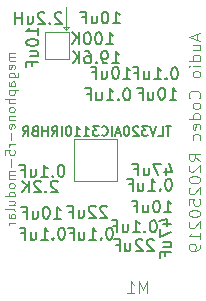
<source format=gbr>
%TF.GenerationSoftware,KiCad,Pcbnew,9.0.1+dfsg-1*%
%TF.CreationDate,2025-05-01T10:53:58+02:00*%
%TF.ProjectId,audio-codec,61756469-6f2d-4636-9f64-65632e6b6963,rev?*%
%TF.SameCoordinates,Original*%
%TF.FileFunction,Legend,Bot*%
%TF.FilePolarity,Positive*%
%FSLAX46Y46*%
G04 Gerber Fmt 4.6, Leading zero omitted, Abs format (unit mm)*
G04 Created by KiCad (PCBNEW 9.0.1+dfsg-1) date 2025-05-01 10:53:58*
%MOMM*%
%LPD*%
G01*
G04 APERTURE LIST*
%ADD10C,0.100000*%
%ADD11C,0.150000*%
G04 APERTURE END LIST*
D10*
X82260000Y-63600000D02*
X85935000Y-63600000D01*
X85935000Y-67225000D01*
X82260000Y-67225000D01*
X82260000Y-63600000D01*
X81625000Y-52475000D02*
X81625000Y-54425000D01*
X81875000Y-54150000D02*
X81625000Y-54425000D01*
X81625000Y-54425000D02*
X81350000Y-54150000D01*
X81350000Y-54150000D02*
X81875000Y-54150000D01*
X79825000Y-54600000D02*
X81875000Y-54600000D01*
X81875000Y-56875000D01*
X79825000Y-56875000D01*
X79825000Y-54600000D01*
X77296895Y-56331265D02*
X76763561Y-56331265D01*
X76839752Y-56331265D02*
X76801657Y-56369360D01*
X76801657Y-56369360D02*
X76763561Y-56445550D01*
X76763561Y-56445550D02*
X76763561Y-56559836D01*
X76763561Y-56559836D02*
X76801657Y-56636027D01*
X76801657Y-56636027D02*
X76877847Y-56674122D01*
X76877847Y-56674122D02*
X77296895Y-56674122D01*
X76877847Y-56674122D02*
X76801657Y-56712217D01*
X76801657Y-56712217D02*
X76763561Y-56788408D01*
X76763561Y-56788408D02*
X76763561Y-56902693D01*
X76763561Y-56902693D02*
X76801657Y-56978884D01*
X76801657Y-56978884D02*
X76877847Y-57016979D01*
X76877847Y-57016979D02*
X77296895Y-57016979D01*
X77258800Y-57702694D02*
X77296895Y-57626503D01*
X77296895Y-57626503D02*
X77296895Y-57474122D01*
X77296895Y-57474122D02*
X77258800Y-57397932D01*
X77258800Y-57397932D02*
X77182609Y-57359836D01*
X77182609Y-57359836D02*
X76877847Y-57359836D01*
X76877847Y-57359836D02*
X76801657Y-57397932D01*
X76801657Y-57397932D02*
X76763561Y-57474122D01*
X76763561Y-57474122D02*
X76763561Y-57626503D01*
X76763561Y-57626503D02*
X76801657Y-57702694D01*
X76801657Y-57702694D02*
X76877847Y-57740789D01*
X76877847Y-57740789D02*
X76954038Y-57740789D01*
X76954038Y-57740789D02*
X77030228Y-57359836D01*
X76763561Y-58426503D02*
X77411180Y-58426503D01*
X77411180Y-58426503D02*
X77487371Y-58388408D01*
X77487371Y-58388408D02*
X77525466Y-58350312D01*
X77525466Y-58350312D02*
X77563561Y-58274122D01*
X77563561Y-58274122D02*
X77563561Y-58159836D01*
X77563561Y-58159836D02*
X77525466Y-58083646D01*
X77258800Y-58426503D02*
X77296895Y-58350312D01*
X77296895Y-58350312D02*
X77296895Y-58197931D01*
X77296895Y-58197931D02*
X77258800Y-58121741D01*
X77258800Y-58121741D02*
X77220704Y-58083646D01*
X77220704Y-58083646D02*
X77144514Y-58045550D01*
X77144514Y-58045550D02*
X76915942Y-58045550D01*
X76915942Y-58045550D02*
X76839752Y-58083646D01*
X76839752Y-58083646D02*
X76801657Y-58121741D01*
X76801657Y-58121741D02*
X76763561Y-58197931D01*
X76763561Y-58197931D02*
X76763561Y-58350312D01*
X76763561Y-58350312D02*
X76801657Y-58426503D01*
X77296895Y-59150313D02*
X76877847Y-59150313D01*
X76877847Y-59150313D02*
X76801657Y-59112218D01*
X76801657Y-59112218D02*
X76763561Y-59036027D01*
X76763561Y-59036027D02*
X76763561Y-58883646D01*
X76763561Y-58883646D02*
X76801657Y-58807456D01*
X77258800Y-59150313D02*
X77296895Y-59074122D01*
X77296895Y-59074122D02*
X77296895Y-58883646D01*
X77296895Y-58883646D02*
X77258800Y-58807456D01*
X77258800Y-58807456D02*
X77182609Y-58769360D01*
X77182609Y-58769360D02*
X77106419Y-58769360D01*
X77106419Y-58769360D02*
X77030228Y-58807456D01*
X77030228Y-58807456D02*
X76992133Y-58883646D01*
X76992133Y-58883646D02*
X76992133Y-59074122D01*
X76992133Y-59074122D02*
X76954038Y-59150313D01*
X76763561Y-59531266D02*
X77563561Y-59531266D01*
X76801657Y-59531266D02*
X76763561Y-59607456D01*
X76763561Y-59607456D02*
X76763561Y-59759837D01*
X76763561Y-59759837D02*
X76801657Y-59836028D01*
X76801657Y-59836028D02*
X76839752Y-59874123D01*
X76839752Y-59874123D02*
X76915942Y-59912218D01*
X76915942Y-59912218D02*
X77144514Y-59912218D01*
X77144514Y-59912218D02*
X77220704Y-59874123D01*
X77220704Y-59874123D02*
X77258800Y-59836028D01*
X77258800Y-59836028D02*
X77296895Y-59759837D01*
X77296895Y-59759837D02*
X77296895Y-59607456D01*
X77296895Y-59607456D02*
X77258800Y-59531266D01*
X77296895Y-60255076D02*
X76496895Y-60255076D01*
X77296895Y-60597933D02*
X76877847Y-60597933D01*
X76877847Y-60597933D02*
X76801657Y-60559838D01*
X76801657Y-60559838D02*
X76763561Y-60483647D01*
X76763561Y-60483647D02*
X76763561Y-60369361D01*
X76763561Y-60369361D02*
X76801657Y-60293171D01*
X76801657Y-60293171D02*
X76839752Y-60255076D01*
X77296895Y-61093171D02*
X77258800Y-61016981D01*
X77258800Y-61016981D02*
X77220704Y-60978886D01*
X77220704Y-60978886D02*
X77144514Y-60940790D01*
X77144514Y-60940790D02*
X76915942Y-60940790D01*
X76915942Y-60940790D02*
X76839752Y-60978886D01*
X76839752Y-60978886D02*
X76801657Y-61016981D01*
X76801657Y-61016981D02*
X76763561Y-61093171D01*
X76763561Y-61093171D02*
X76763561Y-61207457D01*
X76763561Y-61207457D02*
X76801657Y-61283648D01*
X76801657Y-61283648D02*
X76839752Y-61321743D01*
X76839752Y-61321743D02*
X76915942Y-61359838D01*
X76915942Y-61359838D02*
X77144514Y-61359838D01*
X77144514Y-61359838D02*
X77220704Y-61321743D01*
X77220704Y-61321743D02*
X77258800Y-61283648D01*
X77258800Y-61283648D02*
X77296895Y-61207457D01*
X77296895Y-61207457D02*
X77296895Y-61093171D01*
X76763561Y-61702696D02*
X77296895Y-61702696D01*
X76839752Y-61702696D02*
X76801657Y-61740791D01*
X76801657Y-61740791D02*
X76763561Y-61816981D01*
X76763561Y-61816981D02*
X76763561Y-61931267D01*
X76763561Y-61931267D02*
X76801657Y-62007458D01*
X76801657Y-62007458D02*
X76877847Y-62045553D01*
X76877847Y-62045553D02*
X77296895Y-62045553D01*
X77258800Y-62731268D02*
X77296895Y-62655077D01*
X77296895Y-62655077D02*
X77296895Y-62502696D01*
X77296895Y-62502696D02*
X77258800Y-62426506D01*
X77258800Y-62426506D02*
X77182609Y-62388410D01*
X77182609Y-62388410D02*
X76877847Y-62388410D01*
X76877847Y-62388410D02*
X76801657Y-62426506D01*
X76801657Y-62426506D02*
X76763561Y-62502696D01*
X76763561Y-62502696D02*
X76763561Y-62655077D01*
X76763561Y-62655077D02*
X76801657Y-62731268D01*
X76801657Y-62731268D02*
X76877847Y-62769363D01*
X76877847Y-62769363D02*
X76954038Y-62769363D01*
X76954038Y-62769363D02*
X77030228Y-62388410D01*
X76992133Y-63112220D02*
X76992133Y-63721744D01*
X77296895Y-64102696D02*
X76763561Y-64102696D01*
X76915942Y-64102696D02*
X76839752Y-64140791D01*
X76839752Y-64140791D02*
X76801657Y-64178886D01*
X76801657Y-64178886D02*
X76763561Y-64255077D01*
X76763561Y-64255077D02*
X76763561Y-64331267D01*
X76496895Y-64978886D02*
X76496895Y-64597934D01*
X76496895Y-64597934D02*
X76877847Y-64559838D01*
X76877847Y-64559838D02*
X76839752Y-64597934D01*
X76839752Y-64597934D02*
X76801657Y-64674124D01*
X76801657Y-64674124D02*
X76801657Y-64864600D01*
X76801657Y-64864600D02*
X76839752Y-64940791D01*
X76839752Y-64940791D02*
X76877847Y-64978886D01*
X76877847Y-64978886D02*
X76954038Y-65016981D01*
X76954038Y-65016981D02*
X77144514Y-65016981D01*
X77144514Y-65016981D02*
X77220704Y-64978886D01*
X77220704Y-64978886D02*
X77258800Y-64940791D01*
X77258800Y-64940791D02*
X77296895Y-64864600D01*
X77296895Y-64864600D02*
X77296895Y-64674124D01*
X77296895Y-64674124D02*
X77258800Y-64597934D01*
X77258800Y-64597934D02*
X77220704Y-64559838D01*
X76992133Y-65359839D02*
X76992133Y-65969363D01*
X77296895Y-66350315D02*
X76763561Y-66350315D01*
X76839752Y-66350315D02*
X76801657Y-66388410D01*
X76801657Y-66388410D02*
X76763561Y-66464600D01*
X76763561Y-66464600D02*
X76763561Y-66578886D01*
X76763561Y-66578886D02*
X76801657Y-66655077D01*
X76801657Y-66655077D02*
X76877847Y-66693172D01*
X76877847Y-66693172D02*
X77296895Y-66693172D01*
X76877847Y-66693172D02*
X76801657Y-66731267D01*
X76801657Y-66731267D02*
X76763561Y-66807458D01*
X76763561Y-66807458D02*
X76763561Y-66921743D01*
X76763561Y-66921743D02*
X76801657Y-66997934D01*
X76801657Y-66997934D02*
X76877847Y-67036029D01*
X76877847Y-67036029D02*
X77296895Y-67036029D01*
X77296895Y-67531267D02*
X77258800Y-67455077D01*
X77258800Y-67455077D02*
X77220704Y-67416982D01*
X77220704Y-67416982D02*
X77144514Y-67378886D01*
X77144514Y-67378886D02*
X76915942Y-67378886D01*
X76915942Y-67378886D02*
X76839752Y-67416982D01*
X76839752Y-67416982D02*
X76801657Y-67455077D01*
X76801657Y-67455077D02*
X76763561Y-67531267D01*
X76763561Y-67531267D02*
X76763561Y-67645553D01*
X76763561Y-67645553D02*
X76801657Y-67721744D01*
X76801657Y-67721744D02*
X76839752Y-67759839D01*
X76839752Y-67759839D02*
X76915942Y-67797934D01*
X76915942Y-67797934D02*
X77144514Y-67797934D01*
X77144514Y-67797934D02*
X77220704Y-67759839D01*
X77220704Y-67759839D02*
X77258800Y-67721744D01*
X77258800Y-67721744D02*
X77296895Y-67645553D01*
X77296895Y-67645553D02*
X77296895Y-67531267D01*
X77296895Y-68483649D02*
X76496895Y-68483649D01*
X77258800Y-68483649D02*
X77296895Y-68407458D01*
X77296895Y-68407458D02*
X77296895Y-68255077D01*
X77296895Y-68255077D02*
X77258800Y-68178887D01*
X77258800Y-68178887D02*
X77220704Y-68140792D01*
X77220704Y-68140792D02*
X77144514Y-68102696D01*
X77144514Y-68102696D02*
X76915942Y-68102696D01*
X76915942Y-68102696D02*
X76839752Y-68140792D01*
X76839752Y-68140792D02*
X76801657Y-68178887D01*
X76801657Y-68178887D02*
X76763561Y-68255077D01*
X76763561Y-68255077D02*
X76763561Y-68407458D01*
X76763561Y-68407458D02*
X76801657Y-68483649D01*
X76763561Y-69207459D02*
X77296895Y-69207459D01*
X76763561Y-68864602D02*
X77182609Y-68864602D01*
X77182609Y-68864602D02*
X77258800Y-68902697D01*
X77258800Y-68902697D02*
X77296895Y-68978887D01*
X77296895Y-68978887D02*
X77296895Y-69093173D01*
X77296895Y-69093173D02*
X77258800Y-69169364D01*
X77258800Y-69169364D02*
X77220704Y-69207459D01*
X77296895Y-69702697D02*
X77258800Y-69626507D01*
X77258800Y-69626507D02*
X77182609Y-69588412D01*
X77182609Y-69588412D02*
X76496895Y-69588412D01*
X77296895Y-70350317D02*
X76877847Y-70350317D01*
X76877847Y-70350317D02*
X76801657Y-70312222D01*
X76801657Y-70312222D02*
X76763561Y-70236031D01*
X76763561Y-70236031D02*
X76763561Y-70083650D01*
X76763561Y-70083650D02*
X76801657Y-70007460D01*
X77258800Y-70350317D02*
X77296895Y-70274126D01*
X77296895Y-70274126D02*
X77296895Y-70083650D01*
X77296895Y-70083650D02*
X77258800Y-70007460D01*
X77258800Y-70007460D02*
X77182609Y-69969364D01*
X77182609Y-69969364D02*
X77106419Y-69969364D01*
X77106419Y-69969364D02*
X77030228Y-70007460D01*
X77030228Y-70007460D02*
X76992133Y-70083650D01*
X76992133Y-70083650D02*
X76992133Y-70274126D01*
X76992133Y-70274126D02*
X76954038Y-70350317D01*
X77296895Y-70731270D02*
X76763561Y-70731270D01*
X76915942Y-70731270D02*
X76839752Y-70769365D01*
X76839752Y-70769365D02*
X76801657Y-70807460D01*
X76801657Y-70807460D02*
X76763561Y-70883651D01*
X76763561Y-70883651D02*
X76763561Y-70959841D01*
X92711704Y-54756265D02*
X92711704Y-55232455D01*
X92997419Y-54661027D02*
X91997419Y-54994360D01*
X91997419Y-54994360D02*
X92997419Y-55327693D01*
X92330752Y-56089598D02*
X92997419Y-56089598D01*
X92330752Y-55661027D02*
X92854561Y-55661027D01*
X92854561Y-55661027D02*
X92949800Y-55708646D01*
X92949800Y-55708646D02*
X92997419Y-55803884D01*
X92997419Y-55803884D02*
X92997419Y-55946741D01*
X92997419Y-55946741D02*
X92949800Y-56041979D01*
X92949800Y-56041979D02*
X92902180Y-56089598D01*
X92997419Y-56994360D02*
X91997419Y-56994360D01*
X92949800Y-56994360D02*
X92997419Y-56899122D01*
X92997419Y-56899122D02*
X92997419Y-56708646D01*
X92997419Y-56708646D02*
X92949800Y-56613408D01*
X92949800Y-56613408D02*
X92902180Y-56565789D01*
X92902180Y-56565789D02*
X92806942Y-56518170D01*
X92806942Y-56518170D02*
X92521228Y-56518170D01*
X92521228Y-56518170D02*
X92425990Y-56565789D01*
X92425990Y-56565789D02*
X92378371Y-56613408D01*
X92378371Y-56613408D02*
X92330752Y-56708646D01*
X92330752Y-56708646D02*
X92330752Y-56899122D01*
X92330752Y-56899122D02*
X92378371Y-56994360D01*
X92997419Y-57470551D02*
X92330752Y-57470551D01*
X91997419Y-57470551D02*
X92045038Y-57422932D01*
X92045038Y-57422932D02*
X92092657Y-57470551D01*
X92092657Y-57470551D02*
X92045038Y-57518170D01*
X92045038Y-57518170D02*
X91997419Y-57470551D01*
X91997419Y-57470551D02*
X92092657Y-57470551D01*
X92997419Y-58089598D02*
X92949800Y-57994360D01*
X92949800Y-57994360D02*
X92902180Y-57946741D01*
X92902180Y-57946741D02*
X92806942Y-57899122D01*
X92806942Y-57899122D02*
X92521228Y-57899122D01*
X92521228Y-57899122D02*
X92425990Y-57946741D01*
X92425990Y-57946741D02*
X92378371Y-57994360D01*
X92378371Y-57994360D02*
X92330752Y-58089598D01*
X92330752Y-58089598D02*
X92330752Y-58232455D01*
X92330752Y-58232455D02*
X92378371Y-58327693D01*
X92378371Y-58327693D02*
X92425990Y-58375312D01*
X92425990Y-58375312D02*
X92521228Y-58422931D01*
X92521228Y-58422931D02*
X92806942Y-58422931D01*
X92806942Y-58422931D02*
X92902180Y-58375312D01*
X92902180Y-58375312D02*
X92949800Y-58327693D01*
X92949800Y-58327693D02*
X92997419Y-58232455D01*
X92997419Y-58232455D02*
X92997419Y-58089598D01*
X92902180Y-60184836D02*
X92949800Y-60137217D01*
X92949800Y-60137217D02*
X92997419Y-59994360D01*
X92997419Y-59994360D02*
X92997419Y-59899122D01*
X92997419Y-59899122D02*
X92949800Y-59756265D01*
X92949800Y-59756265D02*
X92854561Y-59661027D01*
X92854561Y-59661027D02*
X92759323Y-59613408D01*
X92759323Y-59613408D02*
X92568847Y-59565789D01*
X92568847Y-59565789D02*
X92425990Y-59565789D01*
X92425990Y-59565789D02*
X92235514Y-59613408D01*
X92235514Y-59613408D02*
X92140276Y-59661027D01*
X92140276Y-59661027D02*
X92045038Y-59756265D01*
X92045038Y-59756265D02*
X91997419Y-59899122D01*
X91997419Y-59899122D02*
X91997419Y-59994360D01*
X91997419Y-59994360D02*
X92045038Y-60137217D01*
X92045038Y-60137217D02*
X92092657Y-60184836D01*
X92997419Y-60756265D02*
X92949800Y-60661027D01*
X92949800Y-60661027D02*
X92902180Y-60613408D01*
X92902180Y-60613408D02*
X92806942Y-60565789D01*
X92806942Y-60565789D02*
X92521228Y-60565789D01*
X92521228Y-60565789D02*
X92425990Y-60613408D01*
X92425990Y-60613408D02*
X92378371Y-60661027D01*
X92378371Y-60661027D02*
X92330752Y-60756265D01*
X92330752Y-60756265D02*
X92330752Y-60899122D01*
X92330752Y-60899122D02*
X92378371Y-60994360D01*
X92378371Y-60994360D02*
X92425990Y-61041979D01*
X92425990Y-61041979D02*
X92521228Y-61089598D01*
X92521228Y-61089598D02*
X92806942Y-61089598D01*
X92806942Y-61089598D02*
X92902180Y-61041979D01*
X92902180Y-61041979D02*
X92949800Y-60994360D01*
X92949800Y-60994360D02*
X92997419Y-60899122D01*
X92997419Y-60899122D02*
X92997419Y-60756265D01*
X92997419Y-61946741D02*
X91997419Y-61946741D01*
X92949800Y-61946741D02*
X92997419Y-61851503D01*
X92997419Y-61851503D02*
X92997419Y-61661027D01*
X92997419Y-61661027D02*
X92949800Y-61565789D01*
X92949800Y-61565789D02*
X92902180Y-61518170D01*
X92902180Y-61518170D02*
X92806942Y-61470551D01*
X92806942Y-61470551D02*
X92521228Y-61470551D01*
X92521228Y-61470551D02*
X92425990Y-61518170D01*
X92425990Y-61518170D02*
X92378371Y-61565789D01*
X92378371Y-61565789D02*
X92330752Y-61661027D01*
X92330752Y-61661027D02*
X92330752Y-61851503D01*
X92330752Y-61851503D02*
X92378371Y-61946741D01*
X92949800Y-62803884D02*
X92997419Y-62708646D01*
X92997419Y-62708646D02*
X92997419Y-62518170D01*
X92997419Y-62518170D02*
X92949800Y-62422932D01*
X92949800Y-62422932D02*
X92854561Y-62375313D01*
X92854561Y-62375313D02*
X92473609Y-62375313D01*
X92473609Y-62375313D02*
X92378371Y-62422932D01*
X92378371Y-62422932D02*
X92330752Y-62518170D01*
X92330752Y-62518170D02*
X92330752Y-62708646D01*
X92330752Y-62708646D02*
X92378371Y-62803884D01*
X92378371Y-62803884D02*
X92473609Y-62851503D01*
X92473609Y-62851503D02*
X92568847Y-62851503D01*
X92568847Y-62851503D02*
X92664085Y-62375313D01*
X92949800Y-63708646D02*
X92997419Y-63613408D01*
X92997419Y-63613408D02*
X92997419Y-63422932D01*
X92997419Y-63422932D02*
X92949800Y-63327694D01*
X92949800Y-63327694D02*
X92902180Y-63280075D01*
X92902180Y-63280075D02*
X92806942Y-63232456D01*
X92806942Y-63232456D02*
X92521228Y-63232456D01*
X92521228Y-63232456D02*
X92425990Y-63280075D01*
X92425990Y-63280075D02*
X92378371Y-63327694D01*
X92378371Y-63327694D02*
X92330752Y-63422932D01*
X92330752Y-63422932D02*
X92330752Y-63613408D01*
X92330752Y-63613408D02*
X92378371Y-63708646D01*
X92997419Y-65470551D02*
X92521228Y-65137218D01*
X92997419Y-64899123D02*
X91997419Y-64899123D01*
X91997419Y-64899123D02*
X91997419Y-65280075D01*
X91997419Y-65280075D02*
X92045038Y-65375313D01*
X92045038Y-65375313D02*
X92092657Y-65422932D01*
X92092657Y-65422932D02*
X92187895Y-65470551D01*
X92187895Y-65470551D02*
X92330752Y-65470551D01*
X92330752Y-65470551D02*
X92425990Y-65422932D01*
X92425990Y-65422932D02*
X92473609Y-65375313D01*
X92473609Y-65375313D02*
X92521228Y-65280075D01*
X92521228Y-65280075D02*
X92521228Y-64899123D01*
X92092657Y-65851504D02*
X92045038Y-65899123D01*
X92045038Y-65899123D02*
X91997419Y-65994361D01*
X91997419Y-65994361D02*
X91997419Y-66232456D01*
X91997419Y-66232456D02*
X92045038Y-66327694D01*
X92045038Y-66327694D02*
X92092657Y-66375313D01*
X92092657Y-66375313D02*
X92187895Y-66422932D01*
X92187895Y-66422932D02*
X92283133Y-66422932D01*
X92283133Y-66422932D02*
X92425990Y-66375313D01*
X92425990Y-66375313D02*
X92997419Y-65803885D01*
X92997419Y-65803885D02*
X92997419Y-66422932D01*
X91997419Y-67041980D02*
X91997419Y-67137218D01*
X91997419Y-67137218D02*
X92045038Y-67232456D01*
X92045038Y-67232456D02*
X92092657Y-67280075D01*
X92092657Y-67280075D02*
X92187895Y-67327694D01*
X92187895Y-67327694D02*
X92378371Y-67375313D01*
X92378371Y-67375313D02*
X92616466Y-67375313D01*
X92616466Y-67375313D02*
X92806942Y-67327694D01*
X92806942Y-67327694D02*
X92902180Y-67280075D01*
X92902180Y-67280075D02*
X92949800Y-67232456D01*
X92949800Y-67232456D02*
X92997419Y-67137218D01*
X92997419Y-67137218D02*
X92997419Y-67041980D01*
X92997419Y-67041980D02*
X92949800Y-66946742D01*
X92949800Y-66946742D02*
X92902180Y-66899123D01*
X92902180Y-66899123D02*
X92806942Y-66851504D01*
X92806942Y-66851504D02*
X92616466Y-66803885D01*
X92616466Y-66803885D02*
X92378371Y-66803885D01*
X92378371Y-66803885D02*
X92187895Y-66851504D01*
X92187895Y-66851504D02*
X92092657Y-66899123D01*
X92092657Y-66899123D02*
X92045038Y-66946742D01*
X92045038Y-66946742D02*
X91997419Y-67041980D01*
X92092657Y-67756266D02*
X92045038Y-67803885D01*
X92045038Y-67803885D02*
X91997419Y-67899123D01*
X91997419Y-67899123D02*
X91997419Y-68137218D01*
X91997419Y-68137218D02*
X92045038Y-68232456D01*
X92045038Y-68232456D02*
X92092657Y-68280075D01*
X92092657Y-68280075D02*
X92187895Y-68327694D01*
X92187895Y-68327694D02*
X92283133Y-68327694D01*
X92283133Y-68327694D02*
X92425990Y-68280075D01*
X92425990Y-68280075D02*
X92997419Y-67708647D01*
X92997419Y-67708647D02*
X92997419Y-68327694D01*
X91997419Y-69232456D02*
X91997419Y-68756266D01*
X91997419Y-68756266D02*
X92473609Y-68708647D01*
X92473609Y-68708647D02*
X92425990Y-68756266D01*
X92425990Y-68756266D02*
X92378371Y-68851504D01*
X92378371Y-68851504D02*
X92378371Y-69089599D01*
X92378371Y-69089599D02*
X92425990Y-69184837D01*
X92425990Y-69184837D02*
X92473609Y-69232456D01*
X92473609Y-69232456D02*
X92568847Y-69280075D01*
X92568847Y-69280075D02*
X92806942Y-69280075D01*
X92806942Y-69280075D02*
X92902180Y-69232456D01*
X92902180Y-69232456D02*
X92949800Y-69184837D01*
X92949800Y-69184837D02*
X92997419Y-69089599D01*
X92997419Y-69089599D02*
X92997419Y-68851504D01*
X92997419Y-68851504D02*
X92949800Y-68756266D01*
X92949800Y-68756266D02*
X92902180Y-68708647D01*
X91997419Y-69899123D02*
X91997419Y-69994361D01*
X91997419Y-69994361D02*
X92045038Y-70089599D01*
X92045038Y-70089599D02*
X92092657Y-70137218D01*
X92092657Y-70137218D02*
X92187895Y-70184837D01*
X92187895Y-70184837D02*
X92378371Y-70232456D01*
X92378371Y-70232456D02*
X92616466Y-70232456D01*
X92616466Y-70232456D02*
X92806942Y-70184837D01*
X92806942Y-70184837D02*
X92902180Y-70137218D01*
X92902180Y-70137218D02*
X92949800Y-70089599D01*
X92949800Y-70089599D02*
X92997419Y-69994361D01*
X92997419Y-69994361D02*
X92997419Y-69899123D01*
X92997419Y-69899123D02*
X92949800Y-69803885D01*
X92949800Y-69803885D02*
X92902180Y-69756266D01*
X92902180Y-69756266D02*
X92806942Y-69708647D01*
X92806942Y-69708647D02*
X92616466Y-69661028D01*
X92616466Y-69661028D02*
X92378371Y-69661028D01*
X92378371Y-69661028D02*
X92187895Y-69708647D01*
X92187895Y-69708647D02*
X92092657Y-69756266D01*
X92092657Y-69756266D02*
X92045038Y-69803885D01*
X92045038Y-69803885D02*
X91997419Y-69899123D01*
X92092657Y-70613409D02*
X92045038Y-70661028D01*
X92045038Y-70661028D02*
X91997419Y-70756266D01*
X91997419Y-70756266D02*
X91997419Y-70994361D01*
X91997419Y-70994361D02*
X92045038Y-71089599D01*
X92045038Y-71089599D02*
X92092657Y-71137218D01*
X92092657Y-71137218D02*
X92187895Y-71184837D01*
X92187895Y-71184837D02*
X92283133Y-71184837D01*
X92283133Y-71184837D02*
X92425990Y-71137218D01*
X92425990Y-71137218D02*
X92997419Y-70565790D01*
X92997419Y-70565790D02*
X92997419Y-71184837D01*
X92997419Y-72137218D02*
X92997419Y-71565790D01*
X92997419Y-71851504D02*
X91997419Y-71851504D01*
X91997419Y-71851504D02*
X92140276Y-71756266D01*
X92140276Y-71756266D02*
X92235514Y-71661028D01*
X92235514Y-71661028D02*
X92283133Y-71565790D01*
X92997419Y-72613409D02*
X92997419Y-72803885D01*
X92997419Y-72803885D02*
X92949800Y-72899123D01*
X92949800Y-72899123D02*
X92902180Y-72946742D01*
X92902180Y-72946742D02*
X92759323Y-73041980D01*
X92759323Y-73041980D02*
X92568847Y-73089599D01*
X92568847Y-73089599D02*
X92187895Y-73089599D01*
X92187895Y-73089599D02*
X92092657Y-73041980D01*
X92092657Y-73041980D02*
X92045038Y-72994361D01*
X92045038Y-72994361D02*
X91997419Y-72899123D01*
X91997419Y-72899123D02*
X91997419Y-72708647D01*
X91997419Y-72708647D02*
X92045038Y-72613409D01*
X92045038Y-72613409D02*
X92092657Y-72565790D01*
X92092657Y-72565790D02*
X92187895Y-72518171D01*
X92187895Y-72518171D02*
X92425990Y-72518171D01*
X92425990Y-72518171D02*
X92521228Y-72565790D01*
X92521228Y-72565790D02*
X92568847Y-72613409D01*
X92568847Y-72613409D02*
X92616466Y-72708647D01*
X92616466Y-72708647D02*
X92616466Y-72899123D01*
X92616466Y-72899123D02*
X92568847Y-72994361D01*
X92568847Y-72994361D02*
X92521228Y-73041980D01*
X92521228Y-73041980D02*
X92425990Y-73089599D01*
D11*
X89873152Y-70858333D02*
X90539819Y-70858333D01*
X89492200Y-70620238D02*
X90206485Y-70382143D01*
X90206485Y-70382143D02*
X90206485Y-71001190D01*
X89539819Y-71286905D02*
X89539819Y-71953571D01*
X89539819Y-71953571D02*
X90539819Y-71525000D01*
X89873152Y-72763095D02*
X90539819Y-72763095D01*
X89873152Y-72334524D02*
X90396961Y-72334524D01*
X90396961Y-72334524D02*
X90492200Y-72382143D01*
X90492200Y-72382143D02*
X90539819Y-72477381D01*
X90539819Y-72477381D02*
X90539819Y-72620238D01*
X90539819Y-72620238D02*
X90492200Y-72715476D01*
X90492200Y-72715476D02*
X90444580Y-72763095D01*
X90016009Y-73572619D02*
X90016009Y-73239286D01*
X90539819Y-73239286D02*
X89539819Y-73239286D01*
X89539819Y-73239286D02*
X89539819Y-73715476D01*
X90101666Y-66063152D02*
X90101666Y-66729819D01*
X90339761Y-65682200D02*
X90577856Y-66396485D01*
X90577856Y-66396485D02*
X89958809Y-66396485D01*
X89673094Y-65729819D02*
X89006428Y-65729819D01*
X89006428Y-65729819D02*
X89434999Y-66729819D01*
X88196904Y-66063152D02*
X88196904Y-66729819D01*
X88625475Y-66063152D02*
X88625475Y-66586961D01*
X88625475Y-66586961D02*
X88577856Y-66682200D01*
X88577856Y-66682200D02*
X88482618Y-66729819D01*
X88482618Y-66729819D02*
X88339761Y-66729819D01*
X88339761Y-66729819D02*
X88244523Y-66682200D01*
X88244523Y-66682200D02*
X88196904Y-66634580D01*
X87387380Y-66206009D02*
X87720713Y-66206009D01*
X87720713Y-66729819D02*
X87720713Y-65729819D01*
X87720713Y-65729819D02*
X87244523Y-65729819D01*
X86817856Y-59354819D02*
X86722618Y-59354819D01*
X86722618Y-59354819D02*
X86627380Y-59402438D01*
X86627380Y-59402438D02*
X86579761Y-59450057D01*
X86579761Y-59450057D02*
X86532142Y-59545295D01*
X86532142Y-59545295D02*
X86484523Y-59735771D01*
X86484523Y-59735771D02*
X86484523Y-59973866D01*
X86484523Y-59973866D02*
X86532142Y-60164342D01*
X86532142Y-60164342D02*
X86579761Y-60259580D01*
X86579761Y-60259580D02*
X86627380Y-60307200D01*
X86627380Y-60307200D02*
X86722618Y-60354819D01*
X86722618Y-60354819D02*
X86817856Y-60354819D01*
X86817856Y-60354819D02*
X86913094Y-60307200D01*
X86913094Y-60307200D02*
X86960713Y-60259580D01*
X86960713Y-60259580D02*
X87008332Y-60164342D01*
X87008332Y-60164342D02*
X87055951Y-59973866D01*
X87055951Y-59973866D02*
X87055951Y-59735771D01*
X87055951Y-59735771D02*
X87008332Y-59545295D01*
X87008332Y-59545295D02*
X86960713Y-59450057D01*
X86960713Y-59450057D02*
X86913094Y-59402438D01*
X86913094Y-59402438D02*
X86817856Y-59354819D01*
X86055951Y-60259580D02*
X86008332Y-60307200D01*
X86008332Y-60307200D02*
X86055951Y-60354819D01*
X86055951Y-60354819D02*
X86103570Y-60307200D01*
X86103570Y-60307200D02*
X86055951Y-60259580D01*
X86055951Y-60259580D02*
X86055951Y-60354819D01*
X85055952Y-60354819D02*
X85627380Y-60354819D01*
X85341666Y-60354819D02*
X85341666Y-59354819D01*
X85341666Y-59354819D02*
X85436904Y-59497676D01*
X85436904Y-59497676D02*
X85532142Y-59592914D01*
X85532142Y-59592914D02*
X85627380Y-59640533D01*
X84198809Y-59688152D02*
X84198809Y-60354819D01*
X84627380Y-59688152D02*
X84627380Y-60211961D01*
X84627380Y-60211961D02*
X84579761Y-60307200D01*
X84579761Y-60307200D02*
X84484523Y-60354819D01*
X84484523Y-60354819D02*
X84341666Y-60354819D01*
X84341666Y-60354819D02*
X84246428Y-60307200D01*
X84246428Y-60307200D02*
X84198809Y-60259580D01*
X83389285Y-59831009D02*
X83722618Y-59831009D01*
X83722618Y-60354819D02*
X83722618Y-59354819D01*
X83722618Y-59354819D02*
X83246428Y-59354819D01*
X80909999Y-67250057D02*
X80862380Y-67202438D01*
X80862380Y-67202438D02*
X80767142Y-67154819D01*
X80767142Y-67154819D02*
X80529047Y-67154819D01*
X80529047Y-67154819D02*
X80433809Y-67202438D01*
X80433809Y-67202438D02*
X80386190Y-67250057D01*
X80386190Y-67250057D02*
X80338571Y-67345295D01*
X80338571Y-67345295D02*
X80338571Y-67440533D01*
X80338571Y-67440533D02*
X80386190Y-67583390D01*
X80386190Y-67583390D02*
X80957618Y-68154819D01*
X80957618Y-68154819D02*
X80338571Y-68154819D01*
X79909999Y-68059580D02*
X79862380Y-68107200D01*
X79862380Y-68107200D02*
X79909999Y-68154819D01*
X79909999Y-68154819D02*
X79957618Y-68107200D01*
X79957618Y-68107200D02*
X79909999Y-68059580D01*
X79909999Y-68059580D02*
X79909999Y-68154819D01*
X79481428Y-67250057D02*
X79433809Y-67202438D01*
X79433809Y-67202438D02*
X79338571Y-67154819D01*
X79338571Y-67154819D02*
X79100476Y-67154819D01*
X79100476Y-67154819D02*
X79005238Y-67202438D01*
X79005238Y-67202438D02*
X78957619Y-67250057D01*
X78957619Y-67250057D02*
X78910000Y-67345295D01*
X78910000Y-67345295D02*
X78910000Y-67440533D01*
X78910000Y-67440533D02*
X78957619Y-67583390D01*
X78957619Y-67583390D02*
X79529047Y-68154819D01*
X79529047Y-68154819D02*
X78910000Y-68154819D01*
X78481428Y-68154819D02*
X78481428Y-67154819D01*
X77910000Y-68154819D02*
X78338571Y-67583390D01*
X77910000Y-67154819D02*
X78481428Y-67726247D01*
X85596428Y-53854819D02*
X86167856Y-53854819D01*
X85882142Y-53854819D02*
X85882142Y-52854819D01*
X85882142Y-52854819D02*
X85977380Y-52997676D01*
X85977380Y-52997676D02*
X86072618Y-53092914D01*
X86072618Y-53092914D02*
X86167856Y-53140533D01*
X84977380Y-52854819D02*
X84882142Y-52854819D01*
X84882142Y-52854819D02*
X84786904Y-52902438D01*
X84786904Y-52902438D02*
X84739285Y-52950057D01*
X84739285Y-52950057D02*
X84691666Y-53045295D01*
X84691666Y-53045295D02*
X84644047Y-53235771D01*
X84644047Y-53235771D02*
X84644047Y-53473866D01*
X84644047Y-53473866D02*
X84691666Y-53664342D01*
X84691666Y-53664342D02*
X84739285Y-53759580D01*
X84739285Y-53759580D02*
X84786904Y-53807200D01*
X84786904Y-53807200D02*
X84882142Y-53854819D01*
X84882142Y-53854819D02*
X84977380Y-53854819D01*
X84977380Y-53854819D02*
X85072618Y-53807200D01*
X85072618Y-53807200D02*
X85120237Y-53759580D01*
X85120237Y-53759580D02*
X85167856Y-53664342D01*
X85167856Y-53664342D02*
X85215475Y-53473866D01*
X85215475Y-53473866D02*
X85215475Y-53235771D01*
X85215475Y-53235771D02*
X85167856Y-53045295D01*
X85167856Y-53045295D02*
X85120237Y-52950057D01*
X85120237Y-52950057D02*
X85072618Y-52902438D01*
X85072618Y-52902438D02*
X84977380Y-52854819D01*
X83786904Y-53188152D02*
X83786904Y-53854819D01*
X84215475Y-53188152D02*
X84215475Y-53711961D01*
X84215475Y-53711961D02*
X84167856Y-53807200D01*
X84167856Y-53807200D02*
X84072618Y-53854819D01*
X84072618Y-53854819D02*
X83929761Y-53854819D01*
X83929761Y-53854819D02*
X83834523Y-53807200D01*
X83834523Y-53807200D02*
X83786904Y-53759580D01*
X82977380Y-53331009D02*
X83310713Y-53331009D01*
X83310713Y-53854819D02*
X83310713Y-52854819D01*
X83310713Y-52854819D02*
X82834523Y-52854819D01*
X90352856Y-67004819D02*
X90257618Y-67004819D01*
X90257618Y-67004819D02*
X90162380Y-67052438D01*
X90162380Y-67052438D02*
X90114761Y-67100057D01*
X90114761Y-67100057D02*
X90067142Y-67195295D01*
X90067142Y-67195295D02*
X90019523Y-67385771D01*
X90019523Y-67385771D02*
X90019523Y-67623866D01*
X90019523Y-67623866D02*
X90067142Y-67814342D01*
X90067142Y-67814342D02*
X90114761Y-67909580D01*
X90114761Y-67909580D02*
X90162380Y-67957200D01*
X90162380Y-67957200D02*
X90257618Y-68004819D01*
X90257618Y-68004819D02*
X90352856Y-68004819D01*
X90352856Y-68004819D02*
X90448094Y-67957200D01*
X90448094Y-67957200D02*
X90495713Y-67909580D01*
X90495713Y-67909580D02*
X90543332Y-67814342D01*
X90543332Y-67814342D02*
X90590951Y-67623866D01*
X90590951Y-67623866D02*
X90590951Y-67385771D01*
X90590951Y-67385771D02*
X90543332Y-67195295D01*
X90543332Y-67195295D02*
X90495713Y-67100057D01*
X90495713Y-67100057D02*
X90448094Y-67052438D01*
X90448094Y-67052438D02*
X90352856Y-67004819D01*
X89590951Y-67909580D02*
X89543332Y-67957200D01*
X89543332Y-67957200D02*
X89590951Y-68004819D01*
X89590951Y-68004819D02*
X89638570Y-67957200D01*
X89638570Y-67957200D02*
X89590951Y-67909580D01*
X89590951Y-67909580D02*
X89590951Y-68004819D01*
X88590952Y-68004819D02*
X89162380Y-68004819D01*
X88876666Y-68004819D02*
X88876666Y-67004819D01*
X88876666Y-67004819D02*
X88971904Y-67147676D01*
X88971904Y-67147676D02*
X89067142Y-67242914D01*
X89067142Y-67242914D02*
X89162380Y-67290533D01*
X87733809Y-67338152D02*
X87733809Y-68004819D01*
X88162380Y-67338152D02*
X88162380Y-67861961D01*
X88162380Y-67861961D02*
X88114761Y-67957200D01*
X88114761Y-67957200D02*
X88019523Y-68004819D01*
X88019523Y-68004819D02*
X87876666Y-68004819D01*
X87876666Y-68004819D02*
X87781428Y-67957200D01*
X87781428Y-67957200D02*
X87733809Y-67909580D01*
X86924285Y-67481009D02*
X87257618Y-67481009D01*
X87257618Y-68004819D02*
X87257618Y-67004819D01*
X87257618Y-67004819D02*
X86781428Y-67004819D01*
X86471428Y-58529819D02*
X87042856Y-58529819D01*
X86757142Y-58529819D02*
X86757142Y-57529819D01*
X86757142Y-57529819D02*
X86852380Y-57672676D01*
X86852380Y-57672676D02*
X86947618Y-57767914D01*
X86947618Y-57767914D02*
X87042856Y-57815533D01*
X85852380Y-57529819D02*
X85757142Y-57529819D01*
X85757142Y-57529819D02*
X85661904Y-57577438D01*
X85661904Y-57577438D02*
X85614285Y-57625057D01*
X85614285Y-57625057D02*
X85566666Y-57720295D01*
X85566666Y-57720295D02*
X85519047Y-57910771D01*
X85519047Y-57910771D02*
X85519047Y-58148866D01*
X85519047Y-58148866D02*
X85566666Y-58339342D01*
X85566666Y-58339342D02*
X85614285Y-58434580D01*
X85614285Y-58434580D02*
X85661904Y-58482200D01*
X85661904Y-58482200D02*
X85757142Y-58529819D01*
X85757142Y-58529819D02*
X85852380Y-58529819D01*
X85852380Y-58529819D02*
X85947618Y-58482200D01*
X85947618Y-58482200D02*
X85995237Y-58434580D01*
X85995237Y-58434580D02*
X86042856Y-58339342D01*
X86042856Y-58339342D02*
X86090475Y-58148866D01*
X86090475Y-58148866D02*
X86090475Y-57910771D01*
X86090475Y-57910771D02*
X86042856Y-57720295D01*
X86042856Y-57720295D02*
X85995237Y-57625057D01*
X85995237Y-57625057D02*
X85947618Y-57577438D01*
X85947618Y-57577438D02*
X85852380Y-57529819D01*
X84661904Y-57863152D02*
X84661904Y-58529819D01*
X85090475Y-57863152D02*
X85090475Y-58386961D01*
X85090475Y-58386961D02*
X85042856Y-58482200D01*
X85042856Y-58482200D02*
X84947618Y-58529819D01*
X84947618Y-58529819D02*
X84804761Y-58529819D01*
X84804761Y-58529819D02*
X84709523Y-58482200D01*
X84709523Y-58482200D02*
X84661904Y-58434580D01*
X83852380Y-58006009D02*
X84185713Y-58006009D01*
X84185713Y-58529819D02*
X84185713Y-57529819D01*
X84185713Y-57529819D02*
X83709523Y-57529819D01*
X89027856Y-72200057D02*
X88980237Y-72152438D01*
X88980237Y-72152438D02*
X88884999Y-72104819D01*
X88884999Y-72104819D02*
X88646904Y-72104819D01*
X88646904Y-72104819D02*
X88551666Y-72152438D01*
X88551666Y-72152438D02*
X88504047Y-72200057D01*
X88504047Y-72200057D02*
X88456428Y-72295295D01*
X88456428Y-72295295D02*
X88456428Y-72390533D01*
X88456428Y-72390533D02*
X88504047Y-72533390D01*
X88504047Y-72533390D02*
X89075475Y-73104819D01*
X89075475Y-73104819D02*
X88456428Y-73104819D01*
X88075475Y-72200057D02*
X88027856Y-72152438D01*
X88027856Y-72152438D02*
X87932618Y-72104819D01*
X87932618Y-72104819D02*
X87694523Y-72104819D01*
X87694523Y-72104819D02*
X87599285Y-72152438D01*
X87599285Y-72152438D02*
X87551666Y-72200057D01*
X87551666Y-72200057D02*
X87504047Y-72295295D01*
X87504047Y-72295295D02*
X87504047Y-72390533D01*
X87504047Y-72390533D02*
X87551666Y-72533390D01*
X87551666Y-72533390D02*
X88123094Y-73104819D01*
X88123094Y-73104819D02*
X87504047Y-73104819D01*
X86646904Y-72438152D02*
X86646904Y-73104819D01*
X87075475Y-72438152D02*
X87075475Y-72961961D01*
X87075475Y-72961961D02*
X87027856Y-73057200D01*
X87027856Y-73057200D02*
X86932618Y-73104819D01*
X86932618Y-73104819D02*
X86789761Y-73104819D01*
X86789761Y-73104819D02*
X86694523Y-73057200D01*
X86694523Y-73057200D02*
X86646904Y-73009580D01*
X85837380Y-72581009D02*
X86170713Y-72581009D01*
X86170713Y-73104819D02*
X86170713Y-72104819D01*
X86170713Y-72104819D02*
X85694523Y-72104819D01*
X89956428Y-69854819D02*
X90527856Y-69854819D01*
X90242142Y-69854819D02*
X90242142Y-68854819D01*
X90242142Y-68854819D02*
X90337380Y-68997676D01*
X90337380Y-68997676D02*
X90432618Y-69092914D01*
X90432618Y-69092914D02*
X90527856Y-69140533D01*
X89337380Y-68854819D02*
X89242142Y-68854819D01*
X89242142Y-68854819D02*
X89146904Y-68902438D01*
X89146904Y-68902438D02*
X89099285Y-68950057D01*
X89099285Y-68950057D02*
X89051666Y-69045295D01*
X89051666Y-69045295D02*
X89004047Y-69235771D01*
X89004047Y-69235771D02*
X89004047Y-69473866D01*
X89004047Y-69473866D02*
X89051666Y-69664342D01*
X89051666Y-69664342D02*
X89099285Y-69759580D01*
X89099285Y-69759580D02*
X89146904Y-69807200D01*
X89146904Y-69807200D02*
X89242142Y-69854819D01*
X89242142Y-69854819D02*
X89337380Y-69854819D01*
X89337380Y-69854819D02*
X89432618Y-69807200D01*
X89432618Y-69807200D02*
X89480237Y-69759580D01*
X89480237Y-69759580D02*
X89527856Y-69664342D01*
X89527856Y-69664342D02*
X89575475Y-69473866D01*
X89575475Y-69473866D02*
X89575475Y-69235771D01*
X89575475Y-69235771D02*
X89527856Y-69045295D01*
X89527856Y-69045295D02*
X89480237Y-68950057D01*
X89480237Y-68950057D02*
X89432618Y-68902438D01*
X89432618Y-68902438D02*
X89337380Y-68854819D01*
X88146904Y-69188152D02*
X88146904Y-69854819D01*
X88575475Y-69188152D02*
X88575475Y-69711961D01*
X88575475Y-69711961D02*
X88527856Y-69807200D01*
X88527856Y-69807200D02*
X88432618Y-69854819D01*
X88432618Y-69854819D02*
X88289761Y-69854819D01*
X88289761Y-69854819D02*
X88194523Y-69807200D01*
X88194523Y-69807200D02*
X88146904Y-69759580D01*
X87337380Y-69331009D02*
X87670713Y-69331009D01*
X87670713Y-69854819D02*
X87670713Y-68854819D01*
X87670713Y-68854819D02*
X87194523Y-68854819D01*
X85041666Y-55604819D02*
X85613094Y-55604819D01*
X85327380Y-55604819D02*
X85327380Y-54604819D01*
X85327380Y-54604819D02*
X85422618Y-54747676D01*
X85422618Y-54747676D02*
X85517856Y-54842914D01*
X85517856Y-54842914D02*
X85613094Y-54890533D01*
X84422618Y-54604819D02*
X84327380Y-54604819D01*
X84327380Y-54604819D02*
X84232142Y-54652438D01*
X84232142Y-54652438D02*
X84184523Y-54700057D01*
X84184523Y-54700057D02*
X84136904Y-54795295D01*
X84136904Y-54795295D02*
X84089285Y-54985771D01*
X84089285Y-54985771D02*
X84089285Y-55223866D01*
X84089285Y-55223866D02*
X84136904Y-55414342D01*
X84136904Y-55414342D02*
X84184523Y-55509580D01*
X84184523Y-55509580D02*
X84232142Y-55557200D01*
X84232142Y-55557200D02*
X84327380Y-55604819D01*
X84327380Y-55604819D02*
X84422618Y-55604819D01*
X84422618Y-55604819D02*
X84517856Y-55557200D01*
X84517856Y-55557200D02*
X84565475Y-55509580D01*
X84565475Y-55509580D02*
X84613094Y-55414342D01*
X84613094Y-55414342D02*
X84660713Y-55223866D01*
X84660713Y-55223866D02*
X84660713Y-54985771D01*
X84660713Y-54985771D02*
X84613094Y-54795295D01*
X84613094Y-54795295D02*
X84565475Y-54700057D01*
X84565475Y-54700057D02*
X84517856Y-54652438D01*
X84517856Y-54652438D02*
X84422618Y-54604819D01*
X83470237Y-54604819D02*
X83374999Y-54604819D01*
X83374999Y-54604819D02*
X83279761Y-54652438D01*
X83279761Y-54652438D02*
X83232142Y-54700057D01*
X83232142Y-54700057D02*
X83184523Y-54795295D01*
X83184523Y-54795295D02*
X83136904Y-54985771D01*
X83136904Y-54985771D02*
X83136904Y-55223866D01*
X83136904Y-55223866D02*
X83184523Y-55414342D01*
X83184523Y-55414342D02*
X83232142Y-55509580D01*
X83232142Y-55509580D02*
X83279761Y-55557200D01*
X83279761Y-55557200D02*
X83374999Y-55604819D01*
X83374999Y-55604819D02*
X83470237Y-55604819D01*
X83470237Y-55604819D02*
X83565475Y-55557200D01*
X83565475Y-55557200D02*
X83613094Y-55509580D01*
X83613094Y-55509580D02*
X83660713Y-55414342D01*
X83660713Y-55414342D02*
X83708332Y-55223866D01*
X83708332Y-55223866D02*
X83708332Y-54985771D01*
X83708332Y-54985771D02*
X83660713Y-54795295D01*
X83660713Y-54795295D02*
X83613094Y-54700057D01*
X83613094Y-54700057D02*
X83565475Y-54652438D01*
X83565475Y-54652438D02*
X83470237Y-54604819D01*
X82708332Y-55604819D02*
X82708332Y-54604819D01*
X82136904Y-55604819D02*
X82565475Y-55033390D01*
X82136904Y-54604819D02*
X82708332Y-55176247D01*
X89052856Y-70529819D02*
X88957618Y-70529819D01*
X88957618Y-70529819D02*
X88862380Y-70577438D01*
X88862380Y-70577438D02*
X88814761Y-70625057D01*
X88814761Y-70625057D02*
X88767142Y-70720295D01*
X88767142Y-70720295D02*
X88719523Y-70910771D01*
X88719523Y-70910771D02*
X88719523Y-71148866D01*
X88719523Y-71148866D02*
X88767142Y-71339342D01*
X88767142Y-71339342D02*
X88814761Y-71434580D01*
X88814761Y-71434580D02*
X88862380Y-71482200D01*
X88862380Y-71482200D02*
X88957618Y-71529819D01*
X88957618Y-71529819D02*
X89052856Y-71529819D01*
X89052856Y-71529819D02*
X89148094Y-71482200D01*
X89148094Y-71482200D02*
X89195713Y-71434580D01*
X89195713Y-71434580D02*
X89243332Y-71339342D01*
X89243332Y-71339342D02*
X89290951Y-71148866D01*
X89290951Y-71148866D02*
X89290951Y-70910771D01*
X89290951Y-70910771D02*
X89243332Y-70720295D01*
X89243332Y-70720295D02*
X89195713Y-70625057D01*
X89195713Y-70625057D02*
X89148094Y-70577438D01*
X89148094Y-70577438D02*
X89052856Y-70529819D01*
X88290951Y-71434580D02*
X88243332Y-71482200D01*
X88243332Y-71482200D02*
X88290951Y-71529819D01*
X88290951Y-71529819D02*
X88338570Y-71482200D01*
X88338570Y-71482200D02*
X88290951Y-71434580D01*
X88290951Y-71434580D02*
X88290951Y-71529819D01*
X87290952Y-71529819D02*
X87862380Y-71529819D01*
X87576666Y-71529819D02*
X87576666Y-70529819D01*
X87576666Y-70529819D02*
X87671904Y-70672676D01*
X87671904Y-70672676D02*
X87767142Y-70767914D01*
X87767142Y-70767914D02*
X87862380Y-70815533D01*
X86433809Y-70863152D02*
X86433809Y-71529819D01*
X86862380Y-70863152D02*
X86862380Y-71386961D01*
X86862380Y-71386961D02*
X86814761Y-71482200D01*
X86814761Y-71482200D02*
X86719523Y-71529819D01*
X86719523Y-71529819D02*
X86576666Y-71529819D01*
X86576666Y-71529819D02*
X86481428Y-71482200D01*
X86481428Y-71482200D02*
X86433809Y-71434580D01*
X85624285Y-71006009D02*
X85957618Y-71006009D01*
X85957618Y-71529819D02*
X85957618Y-70529819D01*
X85957618Y-70529819D02*
X85481428Y-70529819D01*
X85077856Y-69400057D02*
X85030237Y-69352438D01*
X85030237Y-69352438D02*
X84934999Y-69304819D01*
X84934999Y-69304819D02*
X84696904Y-69304819D01*
X84696904Y-69304819D02*
X84601666Y-69352438D01*
X84601666Y-69352438D02*
X84554047Y-69400057D01*
X84554047Y-69400057D02*
X84506428Y-69495295D01*
X84506428Y-69495295D02*
X84506428Y-69590533D01*
X84506428Y-69590533D02*
X84554047Y-69733390D01*
X84554047Y-69733390D02*
X85125475Y-70304819D01*
X85125475Y-70304819D02*
X84506428Y-70304819D01*
X84125475Y-69400057D02*
X84077856Y-69352438D01*
X84077856Y-69352438D02*
X83982618Y-69304819D01*
X83982618Y-69304819D02*
X83744523Y-69304819D01*
X83744523Y-69304819D02*
X83649285Y-69352438D01*
X83649285Y-69352438D02*
X83601666Y-69400057D01*
X83601666Y-69400057D02*
X83554047Y-69495295D01*
X83554047Y-69495295D02*
X83554047Y-69590533D01*
X83554047Y-69590533D02*
X83601666Y-69733390D01*
X83601666Y-69733390D02*
X84173094Y-70304819D01*
X84173094Y-70304819D02*
X83554047Y-70304819D01*
X82696904Y-69638152D02*
X82696904Y-70304819D01*
X83125475Y-69638152D02*
X83125475Y-70161961D01*
X83125475Y-70161961D02*
X83077856Y-70257200D01*
X83077856Y-70257200D02*
X82982618Y-70304819D01*
X82982618Y-70304819D02*
X82839761Y-70304819D01*
X82839761Y-70304819D02*
X82744523Y-70257200D01*
X82744523Y-70257200D02*
X82696904Y-70209580D01*
X81887380Y-69781009D02*
X82220713Y-69781009D01*
X82220713Y-70304819D02*
X82220713Y-69304819D01*
X82220713Y-69304819D02*
X81744523Y-69304819D01*
X90514761Y-62562295D02*
X90057618Y-62562295D01*
X90286190Y-63362295D02*
X90286190Y-62562295D01*
X89409999Y-63362295D02*
X89790951Y-63362295D01*
X89790951Y-63362295D02*
X89790951Y-62562295D01*
X89257618Y-62562295D02*
X88990951Y-63362295D01*
X88990951Y-63362295D02*
X88724285Y-62562295D01*
X88533809Y-62562295D02*
X88038571Y-62562295D01*
X88038571Y-62562295D02*
X88305237Y-62867057D01*
X88305237Y-62867057D02*
X88190952Y-62867057D01*
X88190952Y-62867057D02*
X88114761Y-62905152D01*
X88114761Y-62905152D02*
X88076666Y-62943247D01*
X88076666Y-62943247D02*
X88038571Y-63019438D01*
X88038571Y-63019438D02*
X88038571Y-63209914D01*
X88038571Y-63209914D02*
X88076666Y-63286104D01*
X88076666Y-63286104D02*
X88114761Y-63324200D01*
X88114761Y-63324200D02*
X88190952Y-63362295D01*
X88190952Y-63362295D02*
X88419523Y-63362295D01*
X88419523Y-63362295D02*
X88495714Y-63324200D01*
X88495714Y-63324200D02*
X88533809Y-63286104D01*
X87733809Y-62638485D02*
X87695713Y-62600390D01*
X87695713Y-62600390D02*
X87619523Y-62562295D01*
X87619523Y-62562295D02*
X87429047Y-62562295D01*
X87429047Y-62562295D02*
X87352856Y-62600390D01*
X87352856Y-62600390D02*
X87314761Y-62638485D01*
X87314761Y-62638485D02*
X87276666Y-62714676D01*
X87276666Y-62714676D02*
X87276666Y-62790866D01*
X87276666Y-62790866D02*
X87314761Y-62905152D01*
X87314761Y-62905152D02*
X87771904Y-63362295D01*
X87771904Y-63362295D02*
X87276666Y-63362295D01*
X86781427Y-62562295D02*
X86705237Y-62562295D01*
X86705237Y-62562295D02*
X86629046Y-62600390D01*
X86629046Y-62600390D02*
X86590951Y-62638485D01*
X86590951Y-62638485D02*
X86552856Y-62714676D01*
X86552856Y-62714676D02*
X86514761Y-62867057D01*
X86514761Y-62867057D02*
X86514761Y-63057533D01*
X86514761Y-63057533D02*
X86552856Y-63209914D01*
X86552856Y-63209914D02*
X86590951Y-63286104D01*
X86590951Y-63286104D02*
X86629046Y-63324200D01*
X86629046Y-63324200D02*
X86705237Y-63362295D01*
X86705237Y-63362295D02*
X86781427Y-63362295D01*
X86781427Y-63362295D02*
X86857618Y-63324200D01*
X86857618Y-63324200D02*
X86895713Y-63286104D01*
X86895713Y-63286104D02*
X86933808Y-63209914D01*
X86933808Y-63209914D02*
X86971904Y-63057533D01*
X86971904Y-63057533D02*
X86971904Y-62867057D01*
X86971904Y-62867057D02*
X86933808Y-62714676D01*
X86933808Y-62714676D02*
X86895713Y-62638485D01*
X86895713Y-62638485D02*
X86857618Y-62600390D01*
X86857618Y-62600390D02*
X86781427Y-62562295D01*
X86209999Y-63133723D02*
X85829046Y-63133723D01*
X86286189Y-63362295D02*
X86019522Y-62562295D01*
X86019522Y-62562295D02*
X85752856Y-63362295D01*
X85486189Y-63362295D02*
X85486189Y-62562295D01*
X84648094Y-63286104D02*
X84686190Y-63324200D01*
X84686190Y-63324200D02*
X84800475Y-63362295D01*
X84800475Y-63362295D02*
X84876666Y-63362295D01*
X84876666Y-63362295D02*
X84990952Y-63324200D01*
X84990952Y-63324200D02*
X85067142Y-63248009D01*
X85067142Y-63248009D02*
X85105237Y-63171819D01*
X85105237Y-63171819D02*
X85143333Y-63019438D01*
X85143333Y-63019438D02*
X85143333Y-62905152D01*
X85143333Y-62905152D02*
X85105237Y-62752771D01*
X85105237Y-62752771D02*
X85067142Y-62676580D01*
X85067142Y-62676580D02*
X84990952Y-62600390D01*
X84990952Y-62600390D02*
X84876666Y-62562295D01*
X84876666Y-62562295D02*
X84800475Y-62562295D01*
X84800475Y-62562295D02*
X84686190Y-62600390D01*
X84686190Y-62600390D02*
X84648094Y-62638485D01*
X84381428Y-62562295D02*
X83886190Y-62562295D01*
X83886190Y-62562295D02*
X84152856Y-62867057D01*
X84152856Y-62867057D02*
X84038571Y-62867057D01*
X84038571Y-62867057D02*
X83962380Y-62905152D01*
X83962380Y-62905152D02*
X83924285Y-62943247D01*
X83924285Y-62943247D02*
X83886190Y-63019438D01*
X83886190Y-63019438D02*
X83886190Y-63209914D01*
X83886190Y-63209914D02*
X83924285Y-63286104D01*
X83924285Y-63286104D02*
X83962380Y-63324200D01*
X83962380Y-63324200D02*
X84038571Y-63362295D01*
X84038571Y-63362295D02*
X84267142Y-63362295D01*
X84267142Y-63362295D02*
X84343333Y-63324200D01*
X84343333Y-63324200D02*
X84381428Y-63286104D01*
X83124285Y-63362295D02*
X83581428Y-63362295D01*
X83352856Y-63362295D02*
X83352856Y-62562295D01*
X83352856Y-62562295D02*
X83429047Y-62676580D01*
X83429047Y-62676580D02*
X83505237Y-62752771D01*
X83505237Y-62752771D02*
X83581428Y-62790866D01*
X82362380Y-63362295D02*
X82819523Y-63362295D01*
X82590951Y-63362295D02*
X82590951Y-62562295D01*
X82590951Y-62562295D02*
X82667142Y-62676580D01*
X82667142Y-62676580D02*
X82743332Y-62752771D01*
X82743332Y-62752771D02*
X82819523Y-62790866D01*
X81867141Y-62562295D02*
X81790951Y-62562295D01*
X81790951Y-62562295D02*
X81714760Y-62600390D01*
X81714760Y-62600390D02*
X81676665Y-62638485D01*
X81676665Y-62638485D02*
X81638570Y-62714676D01*
X81638570Y-62714676D02*
X81600475Y-62867057D01*
X81600475Y-62867057D02*
X81600475Y-63057533D01*
X81600475Y-63057533D02*
X81638570Y-63209914D01*
X81638570Y-63209914D02*
X81676665Y-63286104D01*
X81676665Y-63286104D02*
X81714760Y-63324200D01*
X81714760Y-63324200D02*
X81790951Y-63362295D01*
X81790951Y-63362295D02*
X81867141Y-63362295D01*
X81867141Y-63362295D02*
X81943332Y-63324200D01*
X81943332Y-63324200D02*
X81981427Y-63286104D01*
X81981427Y-63286104D02*
X82019522Y-63209914D01*
X82019522Y-63209914D02*
X82057618Y-63057533D01*
X82057618Y-63057533D02*
X82057618Y-62867057D01*
X82057618Y-62867057D02*
X82019522Y-62714676D01*
X82019522Y-62714676D02*
X81981427Y-62638485D01*
X81981427Y-62638485D02*
X81943332Y-62600390D01*
X81943332Y-62600390D02*
X81867141Y-62562295D01*
X81257617Y-63362295D02*
X81257617Y-62562295D01*
X80419522Y-63362295D02*
X80686189Y-62981342D01*
X80876665Y-63362295D02*
X80876665Y-62562295D01*
X80876665Y-62562295D02*
X80571903Y-62562295D01*
X80571903Y-62562295D02*
X80495713Y-62600390D01*
X80495713Y-62600390D02*
X80457618Y-62638485D01*
X80457618Y-62638485D02*
X80419522Y-62714676D01*
X80419522Y-62714676D02*
X80419522Y-62828961D01*
X80419522Y-62828961D02*
X80457618Y-62905152D01*
X80457618Y-62905152D02*
X80495713Y-62943247D01*
X80495713Y-62943247D02*
X80571903Y-62981342D01*
X80571903Y-62981342D02*
X80876665Y-62981342D01*
X80076665Y-63362295D02*
X80076665Y-62562295D01*
X80076665Y-62943247D02*
X79619522Y-62943247D01*
X79619522Y-63362295D02*
X79619522Y-62562295D01*
X78971904Y-62943247D02*
X78857618Y-62981342D01*
X78857618Y-62981342D02*
X78819523Y-63019438D01*
X78819523Y-63019438D02*
X78781427Y-63095628D01*
X78781427Y-63095628D02*
X78781427Y-63209914D01*
X78781427Y-63209914D02*
X78819523Y-63286104D01*
X78819523Y-63286104D02*
X78857618Y-63324200D01*
X78857618Y-63324200D02*
X78933808Y-63362295D01*
X78933808Y-63362295D02*
X79238570Y-63362295D01*
X79238570Y-63362295D02*
X79238570Y-62562295D01*
X79238570Y-62562295D02*
X78971904Y-62562295D01*
X78971904Y-62562295D02*
X78895713Y-62600390D01*
X78895713Y-62600390D02*
X78857618Y-62638485D01*
X78857618Y-62638485D02*
X78819523Y-62714676D01*
X78819523Y-62714676D02*
X78819523Y-62790866D01*
X78819523Y-62790866D02*
X78857618Y-62867057D01*
X78857618Y-62867057D02*
X78895713Y-62905152D01*
X78895713Y-62905152D02*
X78971904Y-62943247D01*
X78971904Y-62943247D02*
X79238570Y-62943247D01*
X77981427Y-63362295D02*
X78248094Y-62981342D01*
X78438570Y-63362295D02*
X78438570Y-62562295D01*
X78438570Y-62562295D02*
X78133808Y-62562295D01*
X78133808Y-62562295D02*
X78057618Y-62600390D01*
X78057618Y-62600390D02*
X78019523Y-62638485D01*
X78019523Y-62638485D02*
X77981427Y-62714676D01*
X77981427Y-62714676D02*
X77981427Y-62828961D01*
X77981427Y-62828961D02*
X78019523Y-62905152D01*
X78019523Y-62905152D02*
X78057618Y-62943247D01*
X78057618Y-62943247D02*
X78133808Y-62981342D01*
X78133808Y-62981342D02*
X78438570Y-62981342D01*
X90842856Y-57579819D02*
X90747618Y-57579819D01*
X90747618Y-57579819D02*
X90652380Y-57627438D01*
X90652380Y-57627438D02*
X90604761Y-57675057D01*
X90604761Y-57675057D02*
X90557142Y-57770295D01*
X90557142Y-57770295D02*
X90509523Y-57960771D01*
X90509523Y-57960771D02*
X90509523Y-58198866D01*
X90509523Y-58198866D02*
X90557142Y-58389342D01*
X90557142Y-58389342D02*
X90604761Y-58484580D01*
X90604761Y-58484580D02*
X90652380Y-58532200D01*
X90652380Y-58532200D02*
X90747618Y-58579819D01*
X90747618Y-58579819D02*
X90842856Y-58579819D01*
X90842856Y-58579819D02*
X90938094Y-58532200D01*
X90938094Y-58532200D02*
X90985713Y-58484580D01*
X90985713Y-58484580D02*
X91033332Y-58389342D01*
X91033332Y-58389342D02*
X91080951Y-58198866D01*
X91080951Y-58198866D02*
X91080951Y-57960771D01*
X91080951Y-57960771D02*
X91033332Y-57770295D01*
X91033332Y-57770295D02*
X90985713Y-57675057D01*
X90985713Y-57675057D02*
X90938094Y-57627438D01*
X90938094Y-57627438D02*
X90842856Y-57579819D01*
X90080951Y-58484580D02*
X90033332Y-58532200D01*
X90033332Y-58532200D02*
X90080951Y-58579819D01*
X90080951Y-58579819D02*
X90128570Y-58532200D01*
X90128570Y-58532200D02*
X90080951Y-58484580D01*
X90080951Y-58484580D02*
X90080951Y-58579819D01*
X89080952Y-58579819D02*
X89652380Y-58579819D01*
X89366666Y-58579819D02*
X89366666Y-57579819D01*
X89366666Y-57579819D02*
X89461904Y-57722676D01*
X89461904Y-57722676D02*
X89557142Y-57817914D01*
X89557142Y-57817914D02*
X89652380Y-57865533D01*
X88223809Y-57913152D02*
X88223809Y-58579819D01*
X88652380Y-57913152D02*
X88652380Y-58436961D01*
X88652380Y-58436961D02*
X88604761Y-58532200D01*
X88604761Y-58532200D02*
X88509523Y-58579819D01*
X88509523Y-58579819D02*
X88366666Y-58579819D01*
X88366666Y-58579819D02*
X88271428Y-58532200D01*
X88271428Y-58532200D02*
X88223809Y-58484580D01*
X87414285Y-58056009D02*
X87747618Y-58056009D01*
X87747618Y-58579819D02*
X87747618Y-57579819D01*
X87747618Y-57579819D02*
X87271428Y-57579819D01*
X80606428Y-70379819D02*
X81177856Y-70379819D01*
X80892142Y-70379819D02*
X80892142Y-69379819D01*
X80892142Y-69379819D02*
X80987380Y-69522676D01*
X80987380Y-69522676D02*
X81082618Y-69617914D01*
X81082618Y-69617914D02*
X81177856Y-69665533D01*
X79987380Y-69379819D02*
X79892142Y-69379819D01*
X79892142Y-69379819D02*
X79796904Y-69427438D01*
X79796904Y-69427438D02*
X79749285Y-69475057D01*
X79749285Y-69475057D02*
X79701666Y-69570295D01*
X79701666Y-69570295D02*
X79654047Y-69760771D01*
X79654047Y-69760771D02*
X79654047Y-69998866D01*
X79654047Y-69998866D02*
X79701666Y-70189342D01*
X79701666Y-70189342D02*
X79749285Y-70284580D01*
X79749285Y-70284580D02*
X79796904Y-70332200D01*
X79796904Y-70332200D02*
X79892142Y-70379819D01*
X79892142Y-70379819D02*
X79987380Y-70379819D01*
X79987380Y-70379819D02*
X80082618Y-70332200D01*
X80082618Y-70332200D02*
X80130237Y-70284580D01*
X80130237Y-70284580D02*
X80177856Y-70189342D01*
X80177856Y-70189342D02*
X80225475Y-69998866D01*
X80225475Y-69998866D02*
X80225475Y-69760771D01*
X80225475Y-69760771D02*
X80177856Y-69570295D01*
X80177856Y-69570295D02*
X80130237Y-69475057D01*
X80130237Y-69475057D02*
X80082618Y-69427438D01*
X80082618Y-69427438D02*
X79987380Y-69379819D01*
X78796904Y-69713152D02*
X78796904Y-70379819D01*
X79225475Y-69713152D02*
X79225475Y-70236961D01*
X79225475Y-70236961D02*
X79177856Y-70332200D01*
X79177856Y-70332200D02*
X79082618Y-70379819D01*
X79082618Y-70379819D02*
X78939761Y-70379819D01*
X78939761Y-70379819D02*
X78844523Y-70332200D01*
X78844523Y-70332200D02*
X78796904Y-70284580D01*
X77987380Y-69856009D02*
X78320713Y-69856009D01*
X78320713Y-70379819D02*
X78320713Y-69379819D01*
X78320713Y-69379819D02*
X77844523Y-69379819D01*
X90396428Y-60304819D02*
X90967856Y-60304819D01*
X90682142Y-60304819D02*
X90682142Y-59304819D01*
X90682142Y-59304819D02*
X90777380Y-59447676D01*
X90777380Y-59447676D02*
X90872618Y-59542914D01*
X90872618Y-59542914D02*
X90967856Y-59590533D01*
X89777380Y-59304819D02*
X89682142Y-59304819D01*
X89682142Y-59304819D02*
X89586904Y-59352438D01*
X89586904Y-59352438D02*
X89539285Y-59400057D01*
X89539285Y-59400057D02*
X89491666Y-59495295D01*
X89491666Y-59495295D02*
X89444047Y-59685771D01*
X89444047Y-59685771D02*
X89444047Y-59923866D01*
X89444047Y-59923866D02*
X89491666Y-60114342D01*
X89491666Y-60114342D02*
X89539285Y-60209580D01*
X89539285Y-60209580D02*
X89586904Y-60257200D01*
X89586904Y-60257200D02*
X89682142Y-60304819D01*
X89682142Y-60304819D02*
X89777380Y-60304819D01*
X89777380Y-60304819D02*
X89872618Y-60257200D01*
X89872618Y-60257200D02*
X89920237Y-60209580D01*
X89920237Y-60209580D02*
X89967856Y-60114342D01*
X89967856Y-60114342D02*
X90015475Y-59923866D01*
X90015475Y-59923866D02*
X90015475Y-59685771D01*
X90015475Y-59685771D02*
X89967856Y-59495295D01*
X89967856Y-59495295D02*
X89920237Y-59400057D01*
X89920237Y-59400057D02*
X89872618Y-59352438D01*
X89872618Y-59352438D02*
X89777380Y-59304819D01*
X88586904Y-59638152D02*
X88586904Y-60304819D01*
X89015475Y-59638152D02*
X89015475Y-60161961D01*
X89015475Y-60161961D02*
X88967856Y-60257200D01*
X88967856Y-60257200D02*
X88872618Y-60304819D01*
X88872618Y-60304819D02*
X88729761Y-60304819D01*
X88729761Y-60304819D02*
X88634523Y-60257200D01*
X88634523Y-60257200D02*
X88586904Y-60209580D01*
X87777380Y-59781009D02*
X88110713Y-59781009D01*
X88110713Y-60304819D02*
X88110713Y-59304819D01*
X88110713Y-59304819D02*
X87634523Y-59304819D01*
X79254819Y-54803571D02*
X79254819Y-54232143D01*
X79254819Y-54517857D02*
X78254819Y-54517857D01*
X78254819Y-54517857D02*
X78397676Y-54422619D01*
X78397676Y-54422619D02*
X78492914Y-54327381D01*
X78492914Y-54327381D02*
X78540533Y-54232143D01*
X78254819Y-55422619D02*
X78254819Y-55517857D01*
X78254819Y-55517857D02*
X78302438Y-55613095D01*
X78302438Y-55613095D02*
X78350057Y-55660714D01*
X78350057Y-55660714D02*
X78445295Y-55708333D01*
X78445295Y-55708333D02*
X78635771Y-55755952D01*
X78635771Y-55755952D02*
X78873866Y-55755952D01*
X78873866Y-55755952D02*
X79064342Y-55708333D01*
X79064342Y-55708333D02*
X79159580Y-55660714D01*
X79159580Y-55660714D02*
X79207200Y-55613095D01*
X79207200Y-55613095D02*
X79254819Y-55517857D01*
X79254819Y-55517857D02*
X79254819Y-55422619D01*
X79254819Y-55422619D02*
X79207200Y-55327381D01*
X79207200Y-55327381D02*
X79159580Y-55279762D01*
X79159580Y-55279762D02*
X79064342Y-55232143D01*
X79064342Y-55232143D02*
X78873866Y-55184524D01*
X78873866Y-55184524D02*
X78635771Y-55184524D01*
X78635771Y-55184524D02*
X78445295Y-55232143D01*
X78445295Y-55232143D02*
X78350057Y-55279762D01*
X78350057Y-55279762D02*
X78302438Y-55327381D01*
X78302438Y-55327381D02*
X78254819Y-55422619D01*
X78588152Y-56613095D02*
X79254819Y-56613095D01*
X78588152Y-56184524D02*
X79111961Y-56184524D01*
X79111961Y-56184524D02*
X79207200Y-56232143D01*
X79207200Y-56232143D02*
X79254819Y-56327381D01*
X79254819Y-56327381D02*
X79254819Y-56470238D01*
X79254819Y-56470238D02*
X79207200Y-56565476D01*
X79207200Y-56565476D02*
X79159580Y-56613095D01*
X78731009Y-57422619D02*
X78731009Y-57089286D01*
X79254819Y-57089286D02*
X78254819Y-57089286D01*
X78254819Y-57089286D02*
X78254819Y-57565476D01*
X85554761Y-57229819D02*
X86126189Y-57229819D01*
X85840475Y-57229819D02*
X85840475Y-56229819D01*
X85840475Y-56229819D02*
X85935713Y-56372676D01*
X85935713Y-56372676D02*
X86030951Y-56467914D01*
X86030951Y-56467914D02*
X86126189Y-56515533D01*
X85078570Y-57229819D02*
X84888094Y-57229819D01*
X84888094Y-57229819D02*
X84792856Y-57182200D01*
X84792856Y-57182200D02*
X84745237Y-57134580D01*
X84745237Y-57134580D02*
X84649999Y-56991723D01*
X84649999Y-56991723D02*
X84602380Y-56801247D01*
X84602380Y-56801247D02*
X84602380Y-56420295D01*
X84602380Y-56420295D02*
X84649999Y-56325057D01*
X84649999Y-56325057D02*
X84697618Y-56277438D01*
X84697618Y-56277438D02*
X84792856Y-56229819D01*
X84792856Y-56229819D02*
X84983332Y-56229819D01*
X84983332Y-56229819D02*
X85078570Y-56277438D01*
X85078570Y-56277438D02*
X85126189Y-56325057D01*
X85126189Y-56325057D02*
X85173808Y-56420295D01*
X85173808Y-56420295D02*
X85173808Y-56658390D01*
X85173808Y-56658390D02*
X85126189Y-56753628D01*
X85126189Y-56753628D02*
X85078570Y-56801247D01*
X85078570Y-56801247D02*
X84983332Y-56848866D01*
X84983332Y-56848866D02*
X84792856Y-56848866D01*
X84792856Y-56848866D02*
X84697618Y-56801247D01*
X84697618Y-56801247D02*
X84649999Y-56753628D01*
X84649999Y-56753628D02*
X84602380Y-56658390D01*
X84173808Y-57134580D02*
X84126189Y-57182200D01*
X84126189Y-57182200D02*
X84173808Y-57229819D01*
X84173808Y-57229819D02*
X84221427Y-57182200D01*
X84221427Y-57182200D02*
X84173808Y-57134580D01*
X84173808Y-57134580D02*
X84173808Y-57229819D01*
X83269047Y-56229819D02*
X83459523Y-56229819D01*
X83459523Y-56229819D02*
X83554761Y-56277438D01*
X83554761Y-56277438D02*
X83602380Y-56325057D01*
X83602380Y-56325057D02*
X83697618Y-56467914D01*
X83697618Y-56467914D02*
X83745237Y-56658390D01*
X83745237Y-56658390D02*
X83745237Y-57039342D01*
X83745237Y-57039342D02*
X83697618Y-57134580D01*
X83697618Y-57134580D02*
X83649999Y-57182200D01*
X83649999Y-57182200D02*
X83554761Y-57229819D01*
X83554761Y-57229819D02*
X83364285Y-57229819D01*
X83364285Y-57229819D02*
X83269047Y-57182200D01*
X83269047Y-57182200D02*
X83221428Y-57134580D01*
X83221428Y-57134580D02*
X83173809Y-57039342D01*
X83173809Y-57039342D02*
X83173809Y-56801247D01*
X83173809Y-56801247D02*
X83221428Y-56706009D01*
X83221428Y-56706009D02*
X83269047Y-56658390D01*
X83269047Y-56658390D02*
X83364285Y-56610771D01*
X83364285Y-56610771D02*
X83554761Y-56610771D01*
X83554761Y-56610771D02*
X83649999Y-56658390D01*
X83649999Y-56658390D02*
X83697618Y-56706009D01*
X83697618Y-56706009D02*
X83745237Y-56801247D01*
X82745237Y-57229819D02*
X82745237Y-56229819D01*
X82173809Y-57229819D02*
X82602380Y-56658390D01*
X82173809Y-56229819D02*
X82745237Y-56801247D01*
X81252856Y-65829819D02*
X81157618Y-65829819D01*
X81157618Y-65829819D02*
X81062380Y-65877438D01*
X81062380Y-65877438D02*
X81014761Y-65925057D01*
X81014761Y-65925057D02*
X80967142Y-66020295D01*
X80967142Y-66020295D02*
X80919523Y-66210771D01*
X80919523Y-66210771D02*
X80919523Y-66448866D01*
X80919523Y-66448866D02*
X80967142Y-66639342D01*
X80967142Y-66639342D02*
X81014761Y-66734580D01*
X81014761Y-66734580D02*
X81062380Y-66782200D01*
X81062380Y-66782200D02*
X81157618Y-66829819D01*
X81157618Y-66829819D02*
X81252856Y-66829819D01*
X81252856Y-66829819D02*
X81348094Y-66782200D01*
X81348094Y-66782200D02*
X81395713Y-66734580D01*
X81395713Y-66734580D02*
X81443332Y-66639342D01*
X81443332Y-66639342D02*
X81490951Y-66448866D01*
X81490951Y-66448866D02*
X81490951Y-66210771D01*
X81490951Y-66210771D02*
X81443332Y-66020295D01*
X81443332Y-66020295D02*
X81395713Y-65925057D01*
X81395713Y-65925057D02*
X81348094Y-65877438D01*
X81348094Y-65877438D02*
X81252856Y-65829819D01*
X80490951Y-66734580D02*
X80443332Y-66782200D01*
X80443332Y-66782200D02*
X80490951Y-66829819D01*
X80490951Y-66829819D02*
X80538570Y-66782200D01*
X80538570Y-66782200D02*
X80490951Y-66734580D01*
X80490951Y-66734580D02*
X80490951Y-66829819D01*
X79490952Y-66829819D02*
X80062380Y-66829819D01*
X79776666Y-66829819D02*
X79776666Y-65829819D01*
X79776666Y-65829819D02*
X79871904Y-65972676D01*
X79871904Y-65972676D02*
X79967142Y-66067914D01*
X79967142Y-66067914D02*
X80062380Y-66115533D01*
X78633809Y-66163152D02*
X78633809Y-66829819D01*
X79062380Y-66163152D02*
X79062380Y-66686961D01*
X79062380Y-66686961D02*
X79014761Y-66782200D01*
X79014761Y-66782200D02*
X78919523Y-66829819D01*
X78919523Y-66829819D02*
X78776666Y-66829819D01*
X78776666Y-66829819D02*
X78681428Y-66782200D01*
X78681428Y-66782200D02*
X78633809Y-66734580D01*
X77824285Y-66306009D02*
X78157618Y-66306009D01*
X78157618Y-66829819D02*
X78157618Y-65829819D01*
X78157618Y-65829819D02*
X77681428Y-65829819D01*
X81277856Y-71154819D02*
X81182618Y-71154819D01*
X81182618Y-71154819D02*
X81087380Y-71202438D01*
X81087380Y-71202438D02*
X81039761Y-71250057D01*
X81039761Y-71250057D02*
X80992142Y-71345295D01*
X80992142Y-71345295D02*
X80944523Y-71535771D01*
X80944523Y-71535771D02*
X80944523Y-71773866D01*
X80944523Y-71773866D02*
X80992142Y-71964342D01*
X80992142Y-71964342D02*
X81039761Y-72059580D01*
X81039761Y-72059580D02*
X81087380Y-72107200D01*
X81087380Y-72107200D02*
X81182618Y-72154819D01*
X81182618Y-72154819D02*
X81277856Y-72154819D01*
X81277856Y-72154819D02*
X81373094Y-72107200D01*
X81373094Y-72107200D02*
X81420713Y-72059580D01*
X81420713Y-72059580D02*
X81468332Y-71964342D01*
X81468332Y-71964342D02*
X81515951Y-71773866D01*
X81515951Y-71773866D02*
X81515951Y-71535771D01*
X81515951Y-71535771D02*
X81468332Y-71345295D01*
X81468332Y-71345295D02*
X81420713Y-71250057D01*
X81420713Y-71250057D02*
X81373094Y-71202438D01*
X81373094Y-71202438D02*
X81277856Y-71154819D01*
X80515951Y-72059580D02*
X80468332Y-72107200D01*
X80468332Y-72107200D02*
X80515951Y-72154819D01*
X80515951Y-72154819D02*
X80563570Y-72107200D01*
X80563570Y-72107200D02*
X80515951Y-72059580D01*
X80515951Y-72059580D02*
X80515951Y-72154819D01*
X79515952Y-72154819D02*
X80087380Y-72154819D01*
X79801666Y-72154819D02*
X79801666Y-71154819D01*
X79801666Y-71154819D02*
X79896904Y-71297676D01*
X79896904Y-71297676D02*
X79992142Y-71392914D01*
X79992142Y-71392914D02*
X80087380Y-71440533D01*
X78658809Y-71488152D02*
X78658809Y-72154819D01*
X79087380Y-71488152D02*
X79087380Y-72011961D01*
X79087380Y-72011961D02*
X79039761Y-72107200D01*
X79039761Y-72107200D02*
X78944523Y-72154819D01*
X78944523Y-72154819D02*
X78801666Y-72154819D01*
X78801666Y-72154819D02*
X78706428Y-72107200D01*
X78706428Y-72107200D02*
X78658809Y-72059580D01*
X77849285Y-71631009D02*
X78182618Y-71631009D01*
X78182618Y-72154819D02*
X78182618Y-71154819D01*
X78182618Y-71154819D02*
X77706428Y-71154819D01*
X81226189Y-53000057D02*
X81178570Y-52952438D01*
X81178570Y-52952438D02*
X81083332Y-52904819D01*
X81083332Y-52904819D02*
X80845237Y-52904819D01*
X80845237Y-52904819D02*
X80749999Y-52952438D01*
X80749999Y-52952438D02*
X80702380Y-53000057D01*
X80702380Y-53000057D02*
X80654761Y-53095295D01*
X80654761Y-53095295D02*
X80654761Y-53190533D01*
X80654761Y-53190533D02*
X80702380Y-53333390D01*
X80702380Y-53333390D02*
X81273808Y-53904819D01*
X81273808Y-53904819D02*
X80654761Y-53904819D01*
X80226189Y-53809580D02*
X80178570Y-53857200D01*
X80178570Y-53857200D02*
X80226189Y-53904819D01*
X80226189Y-53904819D02*
X80273808Y-53857200D01*
X80273808Y-53857200D02*
X80226189Y-53809580D01*
X80226189Y-53809580D02*
X80226189Y-53904819D01*
X79797618Y-53000057D02*
X79749999Y-52952438D01*
X79749999Y-52952438D02*
X79654761Y-52904819D01*
X79654761Y-52904819D02*
X79416666Y-52904819D01*
X79416666Y-52904819D02*
X79321428Y-52952438D01*
X79321428Y-52952438D02*
X79273809Y-53000057D01*
X79273809Y-53000057D02*
X79226190Y-53095295D01*
X79226190Y-53095295D02*
X79226190Y-53190533D01*
X79226190Y-53190533D02*
X79273809Y-53333390D01*
X79273809Y-53333390D02*
X79845237Y-53904819D01*
X79845237Y-53904819D02*
X79226190Y-53904819D01*
X78369047Y-53238152D02*
X78369047Y-53904819D01*
X78797618Y-53238152D02*
X78797618Y-53761961D01*
X78797618Y-53761961D02*
X78749999Y-53857200D01*
X78749999Y-53857200D02*
X78654761Y-53904819D01*
X78654761Y-53904819D02*
X78511904Y-53904819D01*
X78511904Y-53904819D02*
X78416666Y-53857200D01*
X78416666Y-53857200D02*
X78369047Y-53809580D01*
X77892856Y-53904819D02*
X77892856Y-52904819D01*
X77892856Y-53381009D02*
X77321428Y-53381009D01*
X77321428Y-53904819D02*
X77321428Y-52904819D01*
X85352856Y-71154819D02*
X85257618Y-71154819D01*
X85257618Y-71154819D02*
X85162380Y-71202438D01*
X85162380Y-71202438D02*
X85114761Y-71250057D01*
X85114761Y-71250057D02*
X85067142Y-71345295D01*
X85067142Y-71345295D02*
X85019523Y-71535771D01*
X85019523Y-71535771D02*
X85019523Y-71773866D01*
X85019523Y-71773866D02*
X85067142Y-71964342D01*
X85067142Y-71964342D02*
X85114761Y-72059580D01*
X85114761Y-72059580D02*
X85162380Y-72107200D01*
X85162380Y-72107200D02*
X85257618Y-72154819D01*
X85257618Y-72154819D02*
X85352856Y-72154819D01*
X85352856Y-72154819D02*
X85448094Y-72107200D01*
X85448094Y-72107200D02*
X85495713Y-72059580D01*
X85495713Y-72059580D02*
X85543332Y-71964342D01*
X85543332Y-71964342D02*
X85590951Y-71773866D01*
X85590951Y-71773866D02*
X85590951Y-71535771D01*
X85590951Y-71535771D02*
X85543332Y-71345295D01*
X85543332Y-71345295D02*
X85495713Y-71250057D01*
X85495713Y-71250057D02*
X85448094Y-71202438D01*
X85448094Y-71202438D02*
X85352856Y-71154819D01*
X84590951Y-72059580D02*
X84543332Y-72107200D01*
X84543332Y-72107200D02*
X84590951Y-72154819D01*
X84590951Y-72154819D02*
X84638570Y-72107200D01*
X84638570Y-72107200D02*
X84590951Y-72059580D01*
X84590951Y-72059580D02*
X84590951Y-72154819D01*
X83590952Y-72154819D02*
X84162380Y-72154819D01*
X83876666Y-72154819D02*
X83876666Y-71154819D01*
X83876666Y-71154819D02*
X83971904Y-71297676D01*
X83971904Y-71297676D02*
X84067142Y-71392914D01*
X84067142Y-71392914D02*
X84162380Y-71440533D01*
X82733809Y-71488152D02*
X82733809Y-72154819D01*
X83162380Y-71488152D02*
X83162380Y-72011961D01*
X83162380Y-72011961D02*
X83114761Y-72107200D01*
X83114761Y-72107200D02*
X83019523Y-72154819D01*
X83019523Y-72154819D02*
X82876666Y-72154819D01*
X82876666Y-72154819D02*
X82781428Y-72107200D01*
X82781428Y-72107200D02*
X82733809Y-72059580D01*
X81924285Y-71631009D02*
X82257618Y-71631009D01*
X82257618Y-72154819D02*
X82257618Y-71154819D01*
X82257618Y-71154819D02*
X81781428Y-71154819D01*
D10*
X88479523Y-76697419D02*
X88479523Y-75697419D01*
X88479523Y-75697419D02*
X88146190Y-76411704D01*
X88146190Y-76411704D02*
X87812857Y-75697419D01*
X87812857Y-75697419D02*
X87812857Y-76697419D01*
X86812857Y-76697419D02*
X87384285Y-76697419D01*
X87098571Y-76697419D02*
X87098571Y-75697419D01*
X87098571Y-75697419D02*
X87193809Y-75840276D01*
X87193809Y-75840276D02*
X87289047Y-75935514D01*
X87289047Y-75935514D02*
X87384285Y-75983133D01*
M02*

</source>
